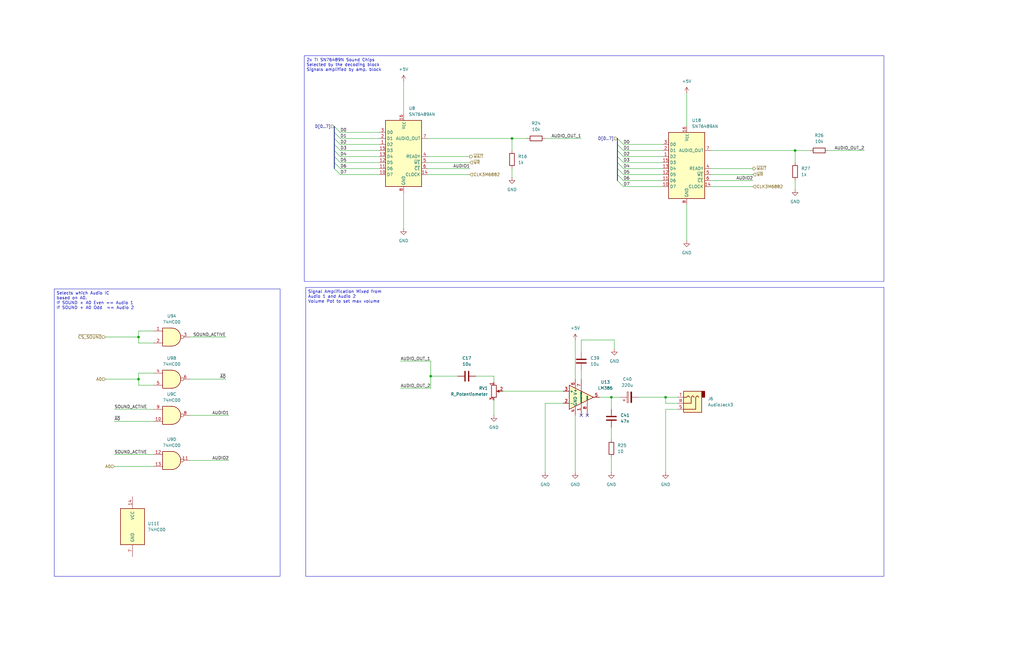
<source format=kicad_sch>
(kicad_sch (version 20250114) (generator "eeschema") (generator_version "9.0")
  (paper "USLedger")
  (lib_symbols
    (symbol "74xx:74HC00" (pin_names (offset 1.016))
      (property "Reference" "U" (at 0 1.27 0))
      (property "Value" "74HC00" (at 0 -1.27 0))
      (symbol "74HC00_1_1"
        (arc (start 0 3.81) (mid 3.7934 0) (end 0 -3.81) (stroke (width 0.254)) (fill (type background)))
        (polyline (pts (xy 0 3.81) (xy -3.81 3.81) (xy -3.81 -3.81) (xy 0 -3.81)) (stroke (width 0.254)) (fill (type background)))
        (pin input line (at -7.62 2.54 0) (length 3.81) (name "~") (number "1"))
        (pin input line (at -7.62 -2.54 0) (length 3.81) (name "~") (number "2"))
        (pin output inverted (at 7.62 0 180) (length 3.81) (name "~") (number "3"))
      )
      (symbol "74HC00_1_2"
        (arc (start -3.81 3.81) (mid -2.589 0) (end -3.81 -3.81) (stroke (width 0.254)))
        (polyline (pts (xy -3.81 3.81) (xy -0.635 3.81)) (stroke (width 0.254)) (fill (type background)))
        (polyline (pts (xy -3.81 -3.81) (xy -0.635 -3.81)) (stroke (width 0.254)) (fill (type background)))
        (arc (start 3.81 0) (mid 2.1855 -2.584) (end -0.6096 -3.81) (stroke (width 0.254)) (fill (type background)))
        (arc (start -0.6096 3.81) (mid 2.1928 2.5924) (end 3.81 0) (stroke (width 0.254)) (fill (type background)))
        (polyline (pts (xy -0.635 3.81) (xy -3.81 3.81) (xy -3.81 3.81) (xy -3.556 3.4036) (xy -3.0226 2.2606) (xy -2.6924 1.0414) (xy -2.6162 -0.254) (xy -2.7686 -1.4986) (xy -3.175 -2.7178) (xy -3.81 -3.81) (xy -3.81 -3.81) (xy -0.635 -3.81)) (stroke (width -25.4)) (fill (type background)))
        (pin input inverted (at -7.62 2.54 0) (length 4.318) (name "~") (number "1"))
        (pin input inverted (at -7.62 -2.54 0) (length 4.318) (name "~") (number "2"))
        (pin output line (at 7.62 0 180) (length 3.81) (name "~") (number "3"))
      )
      (symbol "74HC00_2_1"
        (arc (start 0 3.81) (mid 3.7934 0) (end 0 -3.81) (stroke (width 0.254)) (fill (type background)))
        (polyline (pts (xy 0 3.81) (xy -3.81 3.81) (xy -3.81 -3.81) (xy 0 -3.81)) (stroke (width 0.254)) (fill (type background)))
        (pin input line (at -7.62 2.54 0) (length 3.81) (name "~") (number "4"))
        (pin input line (at -7.62 -2.54 0) (length 3.81) (name "~") (number "5"))
        (pin output inverted (at 7.62 0 180) (length 3.81) (name "~") (number "6"))
      )
      (symbol "74HC00_2_2"
        (arc (start -3.81 3.81) (mid -2.589 0) (end -3.81 -3.81) (stroke (width 0.254)))
        (polyline (pts (xy -3.81 3.81) (xy -0.635 3.81)) (stroke (width 0.254)) (fill (type background)))
        (polyline (pts (xy -3.81 -3.81) (xy -0.635 -3.81)) (stroke (width 0.254)) (fill (type background)))
        (arc (start 3.81 0) (mid 2.1855 -2.584) (end -0.6096 -3.81) (stroke (width 0.254)) (fill (type background)))
        (arc (start -0.6096 3.81) (mid 2.1928 2.5924) (end 3.81 0) (stroke (width 0.254)) (fill (type background)))
        (polyline (pts (xy -0.635 3.81) (xy -3.81 3.81) (xy -3.81 3.81) (xy -3.556 3.4036) (xy -3.0226 2.2606) (xy -2.6924 1.0414) (xy -2.6162 -0.254) (xy -2.7686 -1.4986) (xy -3.175 -2.7178) (xy -3.81 -3.81) (xy -3.81 -3.81) (xy -0.635 -3.81)) (stroke (width -25.4)) (fill (type background)))
        (pin input inverted (at -7.62 2.54 0) (length 4.318) (name "~") (number "4"))
        (pin input inverted (at -7.62 -2.54 0) (length 4.318) (name "~") (number "5"))
        (pin output line (at 7.62 0 180) (length 3.81) (name "~") (number "6"))
      )
      (symbol "74HC00_3_1"
        (arc (start 0 3.81) (mid 3.7934 0) (end 0 -3.81) (stroke (width 0.254)) (fill (type background)))
        (polyline (pts (xy 0 3.81) (xy -3.81 3.81) (xy -3.81 -3.81) (xy 0 -3.81)) (stroke (width 0.254)) (fill (type background)))
        (pin input line (at -7.62 2.54 0) (length 3.81) (name "~") (number "9"))
        (pin input line (at -7.62 -2.54 0) (length 3.81) (name "~") (number "10"))
        (pin output inverted (at 7.62 0 180) (length 3.81) (name "~") (number "8"))
      )
      (symbol "74HC00_3_2"
        (arc (start -3.81 3.81) (mid -2.589 0) (end -3.81 -3.81) (stroke (width 0.254)))
        (polyline (pts (xy -3.81 3.81) (xy -0.635 3.81)) (stroke (width 0.254)) (fill (type background)))
        (polyline (pts (xy -3.81 -3.81) (xy -0.635 -3.81)) (stroke (width 0.254)) (fill (type background)))
        (arc (start 3.81 0) (mid 2.1855 -2.584) (end -0.6096 -3.81) (stroke (width 0.254)) (fill (type background)))
        (arc (start -0.6096 3.81) (mid 2.1928 2.5924) (end 3.81 0) (stroke (width 0.254)) (fill (type background)))
        (polyline (pts (xy -0.635 3.81) (xy -3.81 3.81) (xy -3.81 3.81) (xy -3.556 3.4036) (xy -3.0226 2.2606) (xy -2.6924 1.0414) (xy -2.6162 -0.254) (xy -2.7686 -1.4986) (xy -3.175 -2.7178) (xy -3.81 -3.81) (xy -3.81 -3.81) (xy -0.635 -3.81)) (stroke (width -25.4)) (fill (type background)))
        (pin input inverted (at -7.62 2.54 0) (length 4.318) (name "~") (number "9"))
        (pin input inverted (at -7.62 -2.54 0) (length 4.318) (name "~") (number "10"))
        (pin output line (at 7.62 0 180) (length 3.81) (name "~") (number "8"))
      )
      (symbol "74HC00_4_1"
        (arc (start 0 3.81) (mid 3.7934 0) (end 0 -3.81) (stroke (width 0.254)) (fill (type background)))
        (polyline (pts (xy 0 3.81) (xy -3.81 3.81) (xy -3.81 -3.81) (xy 0 -3.81)) (stroke (width 0.254)) (fill (type background)))
        (pin input line (at -7.62 2.54 0) (length 3.81) (name "~") (number "12"))
        (pin input line (at -7.62 -2.54 0) (length 3.81) (name "~") (number "13"))
        (pin output inverted (at 7.62 0 180) (length 3.81) (name "~") (number "11"))
      )
      (symbol "74HC00_4_2"
        (arc (start -3.81 3.81) (mid -2.589 0) (end -3.81 -3.81) (stroke (width 0.254)))
        (polyline (pts (xy -3.81 3.81) (xy -0.635 3.81)) (stroke (width 0.254)) (fill (type background)))
        (polyline (pts (xy -3.81 -3.81) (xy -0.635 -3.81)) (stroke (width 0.254)) (fill (type background)))
        (arc (start 3.81 0) (mid 2.1855 -2.584) (end -0.6096 -3.81) (stroke (width 0.254)) (fill (type background)))
        (arc (start -0.6096 3.81) (mid 2.1928 2.5924) (end 3.81 0) (stroke (width 0.254)) (fill (type background)))
        (polyline (pts (xy -0.635 3.81) (xy -3.81 3.81) (xy -3.81 3.81) (xy -3.556 3.4036) (xy -3.0226 2.2606) (xy -2.6924 1.0414) (xy -2.6162 -0.254) (xy -2.7686 -1.4986) (xy -3.175 -2.7178) (xy -3.81 -3.81) (xy -3.81 -3.81) (xy -0.635 -3.81)) (stroke (width -25.4)) (fill (type background)))
        (pin input inverted (at -7.62 2.54 0) (length 4.318) (name "~") (number "12"))
        (pin input inverted (at -7.62 -2.54 0) (length 4.318) (name "~") (number "13"))
        (pin output line (at 7.62 0 180) (length 3.81) (name "~") (number "11"))
      )
      (symbol "74HC00_5_0"
        (pin power_in line (at 0 12.7 270) (length 5.08) (name "VCC") (number "14"))
        (pin power_in line (at 0 -12.7 90) (length 5.08) (name "GND") (number "7"))
      )
      (symbol "74HC00_5_1"
        (rectangle (start -5.08 7.62) (end 5.08 -7.62) (stroke (width 0.254)) (fill (type background)))
      )
    )
    (symbol "Amplifier_Audio:LM386" (pin_names (offset 0.127))
      (property "Reference" "U" (at 1.27 7.62 0))
      (property "Value" "LM386" (at 1.27 5.08 0))
      (symbol "LM386_0_1"
        (polyline (pts (xy 5.08 0) (xy -5.08 5.08) (xy -5.08 -5.08) (xy 5.08 0)) (stroke (width 0.254)) (fill (type background)))
      )
      (symbol "LM386_1_1"
        (pin input line (at -7.62 2.54 0) (length 2.54) (name "+") (number "3"))
        (pin input line (at -7.62 -2.54 0) (length 2.54) (name "-") (number "2"))
        (pin power_in line (at -2.54 7.62 270) (length 3.81) (name "V+") (number "6"))
        (pin power_in line (at -2.54 -7.62 90) (length 3.81) (name "GND") (number "4"))
        (pin input line (at 0 7.62 270) (length 5.08) (name "BYPASS") (number "7"))
        (pin input line (at 0 -7.62 90) (length 5.08) (name "GAIN") (number "1"))
        (pin input line (at 2.54 -7.62 90) (length 6.35) (name "GAIN") (number "8"))
        (pin output line (at 7.62 0 180) (length 2.54) (name "~") (number "5"))
      )
    )
    (symbol "Audio:SN76489AN"
      (property "Reference" "U" (at -6.604 16.764 0))
      (property "Value" "SN76489AN" (at 7.112 16.764 0))
      (symbol "SN76489AN_0_0"
        (rectangle (start -7.62 15.24) (end 7.62 -12.7) (stroke (width 0.254)) (fill (type background)))
      )
      (symbol "SN76489AN_1_1"
        (pin input line (at -10.16 10.16 0) (length 2.54) (name "D0") (number "3"))
        (pin input line (at -10.16 7.62 0) (length 2.54) (name "D1") (number "2"))
        (pin input line (at -10.16 5.08 0) (length 2.54) (name "D2") (number "1"))
        (pin input line (at -10.16 2.54 0) (length 2.54) (name "D3") (number "15"))
        (pin input line (at -10.16 0 0) (length 2.54) (name "D4") (number "13"))
        (pin input line (at -10.16 -2.54 0) (length 2.54) (name "D5") (number "12"))
        (pin input line (at -10.16 -5.08 0) (length 2.54) (name "D6") (number "11"))
        (pin input line (at -10.16 -7.62 0) (length 2.54) (name "D7") (number "10"))
        (pin power_in line (at 0 17.78 270) (length 2.54) (name "V_{CC}") (number "16"))
        (pin power_in line (at 0 -15.24 90) (length 2.54) (name "GND") (number "8"))
        (pin output line (at 10.16 7.62 180) (length 2.54) (name "AUDIO_OUT") (number "7"))
        (pin no_connect line (at 10.16 5.08 180) (length 2.54) (hide yes) (name "NC") (number "9"))
        (pin open_collector line (at 10.16 0 180) (length 2.54) (name "READY") (number "4"))
        (pin input line (at 10.16 -2.54 180) (length 2.54) (name "~{WE}") (number "5"))
        (pin input line (at 10.16 -5.08 180) (length 2.54) (name "~{CE}") (number "6"))
        (pin input line (at 10.16 -7.62 180) (length 2.54) (name "CLOCK") (number "14"))
      )
    )
    (symbol "Connector_Audio:AudioJack3"
      (property "Reference" "J" (at 0 8.89 0))
      (property "Value" "AudioJack3" (at 0 6.35 0))
      (symbol "AudioJack3_0_1"
        (rectangle (start -5.08 -5.08) (end -6.35 -2.54) (stroke (width 0.254)) (fill (type outline)))
        (polyline (pts (xy -1.905 -2.54) (xy -1.27 -3.175) (xy -0.635 -2.54) (xy -0.635 0) (xy 2.54 0)) (stroke (width 0.254)))
        (polyline (pts (xy 0 -2.54) (xy 0.635 -3.175) (xy 1.27 -2.54) (xy 2.54 -2.54)) (stroke (width 0.254)))
        (rectangle (start 2.54 3.81) (end -5.08 -5.08) (stroke (width 0.254)) (fill (type background)))
        (polyline (pts (xy 2.54 2.54) (xy -2.54 2.54) (xy -2.54 -2.54) (xy -3.175 -3.175) (xy -3.81 -2.54)) (stroke (width 0.254)))
      )
      (symbol "AudioJack3_1_1"
        (pin passive line (at 5.08 2.54 180) (length 2.54) (name "~") (number "S"))
        (pin passive line (at 5.08 0 180) (length 2.54) (name "~") (number "R"))
        (pin passive line (at 5.08 -2.54 180) (length 2.54) (name "~") (number "T"))
      )
    )
    (symbol "Device:C" (pin_numbers (hide yes)) (pin_names (offset 0.254))
      (property "Reference" "C" (at 0.635 2.54 0))
      (property "Value" "C" (at 0.635 -2.54 0))
      (symbol "C_0_1"
        (polyline (pts (xy -2.032 0.762) (xy 2.032 0.762)) (stroke (width 0.508)))
        (polyline (pts (xy -2.032 -0.762) (xy 2.032 -0.762)) (stroke (width 0.508)))
      )
      (symbol "C_1_1"
        (pin passive line (at 0 3.81 270) (length 2.794) (name "~") (number "1"))
        (pin passive line (at 0 -3.81 90) (length 2.794) (name "~") (number "2"))
      )
    )
    (symbol "Device:C_Polarized" (pin_numbers (hide yes)) (pin_names (offset 0.254))
      (property "Reference" "C" (at 0.635 2.54 0))
      (property "Value" "C_Polarized" (at 0.635 -2.54 0))
      (symbol "C_Polarized_0_1"
        (rectangle (start -2.286 0.508) (end 2.286 1.016))
        (polyline (pts (xy -1.778 2.286) (xy -0.762 2.286)))
        (polyline (pts (xy -1.27 2.794) (xy -1.27 1.778)))
        (rectangle (start 2.286 -0.508) (end -2.286 -1.016) (fill (type outline)))
      )
      (symbol "C_Polarized_1_1"
        (pin passive line (at 0 3.81 270) (length 2.794) (name "~") (number "1"))
        (pin passive line (at 0 -3.81 90) (length 2.794) (name "~") (number "2"))
      )
    )
    (symbol "Device:R" (pin_numbers (hide yes)) (pin_names (offset 0))
      (property "Reference" "R" (at 2.032 0 90))
      (property "Value" "R" (at 0 0 90))
      (symbol "R_0_1"
        (rectangle (start -1.016 -2.54) (end 1.016 2.54) (stroke (width 0.254)))
      )
      (symbol "R_1_1"
        (pin passive line (at 0 3.81 270) (length 1.27) (name "~") (number "1"))
        (pin passive line (at 0 -3.81 90) (length 1.27) (name "~") (number "2"))
      )
    )
    (symbol "Device:R_Potentiometer" (pin_names (offset 1.016) (hide yes))
      (property "Reference" "RV" (at -4.445 0 90))
      (property "Value" "R_Potentiometer" (at -2.54 0 90))
      (symbol "R_Potentiometer_0_1"
        (rectangle (start 1.016 2.54) (end -1.016 -2.54) (stroke (width 0.254)))
        (polyline (pts (xy 1.143 0) (xy 2.286 0.508) (xy 2.286 -0.508) (xy 1.143 0)) (fill (type outline)))
        (polyline (pts (xy 2.54 0) (xy 1.524 0)))
      )
      (symbol "R_Potentiometer_1_1"
        (pin passive line (at 0 3.81 270) (length 1.27) (name "1") (number "1"))
        (pin passive line (at 0 -3.81 90) (length 1.27) (name "3") (number "3"))
        (pin passive line (at 3.81 0 180) (length 1.27) (name "2") (number "2"))
      )
    )
    (symbol "power:+5V" (power) (pin_numbers (hide yes)) (pin_names (offset 0) (hide yes))
      (property "Value" "+5V" (at 0 3.556 0))
      (symbol "+5V_0_1"
        (polyline (pts (xy -0.762 1.27) (xy 0 2.54)))
        (polyline (pts (xy 0 2.54) (xy 0.762 1.27)))
        (polyline (pts (xy 0 0) (xy 0 2.54)))
      )
      (symbol "+5V_1_1"
        (pin power_in line (at 0 0 90) (length 0) (name "~") (number "1"))
      )
    )
    (symbol "power:GND" (power) (pin_numbers (hide yes)) (pin_names (offset 0) (hide yes))
      (property "Value" "GND" (at 0 -3.81 0))
      (symbol "GND_0_1"
        (polyline (pts (xy 0 0) (xy 0 -1.27) (xy 1.27 -1.27) (xy 0 -2.54) (xy -1.27 -1.27) (xy 0 -1.27)))
      )
      (symbol "GND_1_1"
        (pin power_in line (at 0 0 270) (length 0) (name "~") (number "1"))
      )
    )
  )
  (text_box "Signal Amplification Mixed from\nAudio 1 and Audio 2\nVolume Pot to set max volume" (at 128.905 121.285 0) (size 243.84 121.92) (margins 0.9525 0.9525 0.9525 0.9525) (effects (font (size 1.27 1.27)) (justify left top)))
  (text_box "Selects which Audio IC\nbased on A0.\nIf SOUND + A0 Even == Audio 1\nIf SOUND + A0 Odd  == Audio 2" (at 22.86 121.92 0) (size 95.25 121.285) (margins 0.9525 0.9525 0.9525 0.9525) (effects (font (size 1.27 1.27)) (justify left top)))
  (text_box "2x TI SN76489N Sound Chips\nSelected by the decoding block\nSignals amplified by amp. block" (at 128.27 23.495 0) (size 244.475 95.25) (margins 0.9525 0.9525 0.9525 0.9525) (effects (font (size 1.27 1.27)) (justify left top)))
  (junction (at 181.61 158.75))
  (junction (at 280.67 167.64))
  (junction (at 58.42 142.24))
  (junction (at 215.9 58.42))
  (junction (at 335.28 63.5))
  (junction (at 58.42 160.02))
  (junction (at 257.81 167.64))
  (no_connect (at 247.65 175.26))
  (no_connect (at 245.11 175.26))
  (bus_entry (at 140.97 60.96) (size 2.54 2.54))
  (bus_entry (at 260.35 68.58) (size 2.54 2.54))
  (bus_entry (at 260.35 63.5) (size 2.54 2.54))
  (bus_entry (at 260.35 58.42) (size 2.54 2.54))
  (bus_entry (at 260.35 76.2) (size 2.54 2.54))
  (bus_entry (at 140.97 55.88) (size 2.54 2.54))
  (bus_entry (at 260.35 73.66) (size 2.54 2.54))
  (bus_entry (at 260.35 71.12) (size 2.54 2.54))
  (bus_entry (at 140.97 53.34) (size 2.54 2.54))
  (bus_entry (at 140.97 63.5) (size 2.54 2.54))
  (bus_entry (at 140.97 66.04) (size 2.54 2.54))
  (bus_entry (at 140.97 71.12) (size 2.54 2.54))
  (bus_entry (at 140.97 68.58) (size 2.54 2.54))
  (bus_entry (at 260.35 60.96) (size 2.54 2.54))
  (bus_entry (at 140.97 58.42) (size 2.54 2.54))
  (bus_entry (at 260.35 66.04) (size 2.54 2.54))
  (bus (pts (xy 140.97 58.42) (xy 140.97 60.96)))
  (wire (pts (xy 48.26 172.72) (xy 64.77 172.72)))
  (wire (pts (xy 289.56 39.37) (xy 289.56 53.34)))
  (wire (pts (xy 80.01 175.26) (xy 96.52 175.26)))
  (wire (pts (xy 208.28 168.91) (xy 208.28 175.26)))
  (wire (pts (xy 170.18 34.29) (xy 170.18 48.26)))
  (wire (pts (xy 280.67 170.18) (xy 285.75 170.18)))
  (wire (pts (xy 200.66 158.75) (xy 208.28 158.75)))
  (wire (pts (xy 335.28 68.58) (xy 335.28 63.5)))
  (wire (pts (xy 257.81 167.64) (xy 261.62 167.64)))
  (wire (pts (xy 143.51 71.12) (xy 160.02 71.12)))
  (wire (pts (xy 245.11 148.59) (xy 245.11 143.51)))
  (wire (pts (xy 80.01 160.02) (xy 95.25 160.02)))
  (wire (pts (xy 170.18 81.28) (xy 170.18 96.52)))
  (wire (pts (xy 168.91 152.4) (xy 181.61 152.4)))
  (wire (pts (xy 262.89 60.96) (xy 279.4 60.96)))
  (wire (pts (xy 335.28 80.01) (xy 335.28 76.2)))
  (wire (pts (xy 299.72 73.66) (xy 317.5 73.66)))
  (wire (pts (xy 143.51 58.42) (xy 160.02 58.42)))
  (wire (pts (xy 242.57 175.26) (xy 242.57 199.39)))
  (wire (pts (xy 143.51 60.96) (xy 160.02 60.96)))
  (wire (pts (xy 181.61 158.75) (xy 181.61 152.4)))
  (wire (pts (xy 257.81 180.34) (xy 257.81 185.42)))
  (bus (pts (xy 140.97 63.5) (xy 140.97 66.04)))
  (wire (pts (xy 44.45 142.24) (xy 58.42 142.24)))
  (wire (pts (xy 299.72 76.2) (xy 317.5 76.2)))
  (wire (pts (xy 262.89 63.5) (xy 279.4 63.5)))
  (wire (pts (xy 143.51 68.58) (xy 160.02 68.58)))
  (wire (pts (xy 44.45 160.02) (xy 58.42 160.02)))
  (wire (pts (xy 143.51 66.04) (xy 160.02 66.04)))
  (wire (pts (xy 262.89 76.2) (xy 279.4 76.2)))
  (wire (pts (xy 335.28 63.5) (xy 341.63 63.5)))
  (wire (pts (xy 180.34 71.12) (xy 198.12 71.12)))
  (wire (pts (xy 58.42 160.02) (xy 58.42 162.56)))
  (wire (pts (xy 58.42 144.78) (xy 64.77 144.78)))
  (wire (pts (xy 262.89 73.66) (xy 279.4 73.66)))
  (wire (pts (xy 257.81 193.04) (xy 257.81 199.39)))
  (wire (pts (xy 58.42 139.7) (xy 58.42 142.24)))
  (wire (pts (xy 262.89 68.58) (xy 279.4 68.58)))
  (wire (pts (xy 257.81 167.64) (xy 257.81 172.72)))
  (wire (pts (xy 143.51 73.66) (xy 160.02 73.66)))
  (wire (pts (xy 180.34 58.42) (xy 215.9 58.42)))
  (wire (pts (xy 229.87 58.42) (xy 245.11 58.42)))
  (wire (pts (xy 64.77 157.48) (xy 58.42 157.48)))
  (wire (pts (xy 80.01 194.31) (xy 96.52 194.31)))
  (wire (pts (xy 212.09 165.1) (xy 237.49 165.1)))
  (bus (pts (xy 260.35 71.12) (xy 260.35 73.66)))
  (bus (pts (xy 140.97 66.04) (xy 140.97 68.58)))
  (bus (pts (xy 260.35 73.66) (xy 260.35 76.2)))
  (wire (pts (xy 48.26 177.8) (xy 64.77 177.8)))
  (wire (pts (xy 80.01 142.24) (xy 95.25 142.24)))
  (bus (pts (xy 140.97 60.96) (xy 140.97 63.5)))
  (wire (pts (xy 280.67 167.64) (xy 280.67 170.18)))
  (bus (pts (xy 140.97 53.34) (xy 140.97 55.88)))
  (wire (pts (xy 168.91 163.83) (xy 181.61 163.83)))
  (wire (pts (xy 299.72 71.12) (xy 317.5 71.12)))
  (wire (pts (xy 181.61 158.75) (xy 181.61 163.83)))
  (wire (pts (xy 299.72 78.74) (xy 317.5 78.74)))
  (wire (pts (xy 252.73 167.64) (xy 257.81 167.64)))
  (bus (pts (xy 260.35 58.42) (xy 260.35 60.96)))
  (wire (pts (xy 269.24 167.64) (xy 280.67 167.64)))
  (wire (pts (xy 64.77 139.7) (xy 58.42 139.7)))
  (wire (pts (xy 349.25 63.5) (xy 364.49 63.5)))
  (bus (pts (xy 140.97 68.58) (xy 140.97 71.12)))
  (wire (pts (xy 58.42 157.48) (xy 58.42 160.02)))
  (wire (pts (xy 259.08 143.51) (xy 259.08 147.32)))
  (bus (pts (xy 260.35 68.58) (xy 260.35 71.12)))
  (bus (pts (xy 140.97 55.88) (xy 140.97 58.42)))
  (wire (pts (xy 262.89 78.74) (xy 279.4 78.74)))
  (wire (pts (xy 180.34 73.66) (xy 198.12 73.66)))
  (wire (pts (xy 237.49 170.18) (xy 229.87 170.18)))
  (wire (pts (xy 48.26 196.85) (xy 64.77 196.85)))
  (bus (pts (xy 260.35 66.04) (xy 260.35 68.58)))
  (wire (pts (xy 181.61 158.75) (xy 193.04 158.75)))
  (wire (pts (xy 280.67 167.64) (xy 285.75 167.64)))
  (wire (pts (xy 280.67 172.72) (xy 280.67 199.39)))
  (wire (pts (xy 299.72 63.5) (xy 335.28 63.5)))
  (wire (pts (xy 208.28 158.75) (xy 208.28 161.29)))
  (wire (pts (xy 58.42 162.56) (xy 64.77 162.56)))
  (bus (pts (xy 260.35 63.5) (xy 260.35 66.04)))
  (wire (pts (xy 285.75 172.72) (xy 280.67 172.72)))
  (wire (pts (xy 245.11 156.21) (xy 245.11 160.02)))
  (wire (pts (xy 215.9 58.42) (xy 222.25 58.42)))
  (wire (pts (xy 58.42 142.24) (xy 58.42 144.78)))
  (wire (pts (xy 245.11 143.51) (xy 259.08 143.51)))
  (wire (pts (xy 215.9 74.93) (xy 215.9 71.12)))
  (wire (pts (xy 262.89 71.12) (xy 279.4 71.12)))
  (bus (pts (xy 260.35 60.96) (xy 260.35 63.5)))
  (wire (pts (xy 48.26 191.77) (xy 64.77 191.77)))
  (wire (pts (xy 143.51 63.5) (xy 160.02 63.5)))
  (wire (pts (xy 180.34 68.58) (xy 198.12 68.58)))
  (wire (pts (xy 242.57 143.51) (xy 242.57 160.02)))
  (wire (pts (xy 229.87 170.18) (xy 229.87 199.39)))
  (wire (pts (xy 180.34 66.04) (xy 198.12 66.04)))
  (wire (pts (xy 215.9 63.5) (xy 215.9 58.42)))
  (wire (pts (xy 143.51 55.88) (xy 160.02 55.88)))
  (wire (pts (xy 289.56 86.36) (xy 289.56 101.6)))
  (wire (pts (xy 262.89 66.04) (xy 279.4 66.04)))
  (label "AUDIO1" (at 96.52 175.26 180))
  (label "SOUND_ACTIVE" (at 48.26 172.72 0))
  (label "D0" (at 262.89 60.96 0))
  (label "AUDIO2" (at 96.52 194.31 180))
  (label "D2" (at 262.89 66.04 0))
  (label "D1" (at 143.51 58.42 0))
  (label "SOUND_ACTIVE" (at 48.26 191.77 0))
  (label "D4" (at 262.89 71.12 0))
  (label "D7" (at 262.89 78.74 0))
  (label "AUDIO_OUT_1" (at 245.11 58.42 180))
  (label "D4" (at 143.51 66.04 0))
  (label "D6" (at 262.89 76.2 0))
  (label "D3" (at 143.51 63.5 0))
  (label "~{A0}" (at 95.25 160.02 180))
  (label "AUDIO_OUT_2" (at 168.91 163.83 0))
  (label "D3" (at 262.89 68.58 0))
  (label "D5" (at 262.89 73.66 0))
  (label "AUDIO_OUT_1" (at 168.91 152.4 0))
  (label "D2" (at 143.51 60.96 0))
  (label "AUDIO1" (at 198.12 71.12 180))
  (label "AUDIO_OUT_2" (at 364.49 63.5 180))
  (label "D7" (at 143.51 73.66 0))
  (label "SOUND_ACTIVE" (at 95.25 142.24 180))
  (label "~{A0}" (at 48.26 177.8 0))
  (label "D5" (at 143.51 68.58 0))
  (label "D1" (at 262.89 63.5 0))
  (label "D6" (at 143.51 71.12 0))
  (label "D0" (at 143.51 55.88 0))
  (label "AUDIO2" (at 317.5 76.2 180))
  (hierarchical_label "A0" (shape input) (at 44.45 160.02 180))
  (hierarchical_label "CLK3M6882" (shape input) (at 198.12 73.66 0))
  (hierarchical_label "~{WAIT}" (shape output) (at 198.12 66.04 0))
  (hierarchical_label "CLK3M6882" (shape input) (at 317.5 78.74 0))
  (hierarchical_label "A0" (shape input) (at 48.26 196.85 180))
  (hierarchical_label "D[0..7]" (shape input) (at 140.97 53.34 180))
  (hierarchical_label "D[0..7]" (shape input) (at 260.35 58.42 180))
  (hierarchical_label "~{CS_SOUND}" (shape input) (at 44.45 142.24 180))
  (hierarchical_label "~{WR}" (shape input) (at 317.5 73.66 0))
  (hierarchical_label "~{WR}" (shape input) (at 198.12 68.58 0))
  (hierarchical_label "~{WAIT}" (shape output) (at 317.5 71.12 0))
  (symbol (lib_id "Device:R") (at 345.44 63.5 90) (unit 1)
    (property "Reference" "R26" (at 345.44 57.15 90))
    (property "Value" "10k" (at 345.44 59.69 90))
    (property "Footprint" "Resistor_SMD:R_0603_1608Metric" (effects (hide yes)))
    (property "Description" "Resistor" (effects (hide yes)))
  )
  (symbol (lib_id "power:GND") (at 257.81 199.39 0) (unit 1)
    (property "Reference" "#PWR077" (effects (hide yes)))
    (property "Value" "GND" (at 257.81 204.47 0))
    (property "Description" "Power symbol creates a global label with name \"GND\" , ground" (effects (hide yes)))
  )
  (symbol (lib_id "power:GND") (at 289.56 101.6 0) (unit 1)
    (property "Reference" "#PWR090" (effects (hide yes)))
    (property "Value" "GND" (at 289.56 106.68 0))
    (property "Description" "Power symbol creates a global label with name \"GND\" , ground" (effects (hide yes)))
  )
  (symbol (lib_id "Connector_Audio:AudioJack3") (at 290.83 170.18 180) (unit 1)
    (property "Reference" "J6" (at 298.45 168.2749 0) (effects (justify right)))
    (property "Value" "AudioJack3" (at 298.45 170.8149 0) (effects (justify right)))
    (property "Footprint" "Connector_Audio:Jack_3.5mm_CUI_SJ1-3523N_Horizontal" (effects (hide yes)))
    (property "Description" "Audio Jack, 3 Poles (Stereo / TRS)" (effects (hide yes)))
  )
  (symbol (lib_id "74xx:74HC00") (at 72.39 194.31 0) (unit 4)
    (property "Reference" "U9" (at 72.3817 185.42 0))
    (property "Value" "74HC00" (at 72.3817 187.96 0))
    (property "Datasheet" "http://www.ti.com/lit/gpn/sn74hc00" (effects (hide yes)))
    (property "Description" "quad 2-input NAND gate" (effects (hide yes)))
  )
  (symbol (lib_id "74xx:74HC00") (at 72.39 175.26 0) (unit 3)
    (property "Reference" "U9" (at 72.3817 166.37 0))
    (property "Value" "74HC00" (at 72.3817 168.91 0))
    (property "Datasheet" "http://www.ti.com/lit/gpn/sn74hc00" (effects (hide yes)))
    (property "Description" "quad 2-input NAND gate" (effects (hide yes)))
  )
  (symbol (lib_id "power:+5V") (at 289.56 39.37 0) (unit 1)
    (property "Reference" "#PWR088" (effects (hide yes)))
    (property "Value" "+5V" (at 289.56 34.29 0))
    (property "Description" "Power symbol creates a global label with name \"+5V\"" (effects (hide yes)))
  )
  (symbol (lib_id "Device:R") (at 335.28 72.39 180) (unit 1)
    (property "Reference" "R27" (at 337.82 71.1199 0) (effects (justify right)))
    (property "Value" "1k" (at 337.82 73.6599 0) (effects (justify right)))
    (property "Footprint" "Resistor_SMD:R_0603_1608Metric" (effects (hide yes)))
    (property "Description" "Resistor" (effects (hide yes)))
  )
  (symbol (lib_id "power:GND") (at 242.57 199.39 0) (unit 1)
    (property "Reference" "#PWR030" (effects (hide yes)))
    (property "Value" "GND" (at 242.57 204.47 0))
    (property "Description" "Power symbol creates a global label with name \"GND\" , ground" (effects (hide yes)))
  )
  (symbol (lib_id "Audio:SN76489AN") (at 289.56 71.12 0) (unit 1)
    (property "Reference" "U18" (at 291.7033 50.8 0) (effects (justify left)))
    (property "Value" "SN76489AN" (at 291.7033 53.34 0) (effects (justify left)))
    (property "Footprint" "Package_DIP:DIP-16_W7.62mm" (effects (hide yes)))
    (property "Datasheet" "https://www.vgmpf.com/Wiki/images/7/78/SN76489AN_-_Manual.pdf" (effects (hide yes)))
    (property "Description" "Digital Complex Sound Generator, 3 square wave channels, 1 noise channel, up to 4MHz clock input, DIP-16" (effects (hide yes)))
  )
  (symbol (lib_id "power:+5V") (at 242.57 143.51 0) (unit 1)
    (property "Reference" "#PWR084" (effects (hide yes)))
    (property "Value" "+5V" (at 242.57 138.43 0))
    (property "Description" "Power symbol creates a global label with name \"+5V\"" (effects (hide yes)))
  )
  (symbol (lib_id "Device:C") (at 196.85 158.75 90) (unit 1)
    (property "Reference" "C17" (at 196.85 151.13 90))
    (property "Value" "10u" (at 196.85 153.67 90))
    (property "Footprint" "Capacitor_SMD:C_1206_3216Metric" (effects (hide yes)))
    (property "Description" "Unpolarized capacitor" (effects (hide yes)))
  )
  (symbol (lib_id "power:GND") (at 280.67 199.39 0) (unit 1)
    (property "Reference" "#PWR085" (effects (hide yes)))
    (property "Value" "GND" (at 280.67 204.47 0))
    (property "Description" "Power symbol creates a global label with name \"GND\" , ground" (effects (hide yes)))
  )
  (symbol (lib_id "Device:R") (at 226.06 58.42 90) (unit 1)
    (property "Reference" "R24" (at 226.06 52.07 90))
    (property "Value" "10k" (at 226.06 54.61 90))
    (property "Footprint" "Resistor_SMD:R_0603_1608Metric" (effects (hide yes)))
    (property "Description" "Resistor" (effects (hide yes)))
  )
  (symbol (lib_id "Device:R") (at 215.9 67.31 180) (unit 1)
    (property "Reference" "R16" (at 218.44 66.0399 0) (effects (justify right)))
    (property "Value" "1k" (at 218.44 68.5799 0) (effects (justify right)))
    (property "Footprint" "Resistor_SMD:R_0603_1608Metric" (effects (hide yes)))
    (property "Description" "Resistor" (effects (hide yes)))
  )
  (symbol (lib_id "power:GND") (at 170.18 96.52 0) (unit 1)
    (property "Reference" "#PWR086" (effects (hide yes)))
    (property "Value" "GND" (at 170.18 101.6 0))
    (property "Description" "Power symbol creates a global label with name \"GND\" , ground" (effects (hide yes)))
  )
  (symbol (lib_id "power:GND") (at 229.87 199.39 0) (unit 1)
    (property "Reference" "#PWR029" (effects (hide yes)))
    (property "Value" "GND" (at 229.87 204.47 0))
    (property "Description" "Power symbol creates a global label with name \"GND\" , ground" (effects (hide yes)))
  )
  (symbol (lib_id "power:GND") (at 259.08 147.32 0) (unit 1)
    (property "Reference" "#PWR078" (effects (hide yes)))
    (property "Value" "GND" (at 259.08 152.4 0))
    (property "Description" "Power symbol creates a global label with name \"GND\" , ground" (effects (hide yes)))
  )
  (symbol (lib_id "Device:R") (at 257.81 189.23 180) (unit 1)
    (property "Reference" "R25" (at 260.35 187.9599 0) (effects (justify right)))
    (property "Value" "10" (at 260.35 190.4999 0) (effects (justify right)))
    (property "Footprint" "Resistor_SMD:R_0603_1608Metric" (effects (hide yes)))
    (property "Description" "Resistor" (effects (hide yes)))
  )
  (symbol (lib_id "Amplifier_Audio:LM386") (at 245.11 167.64 0) (unit 1)
    (property "Reference" "U13" (at 255.27 161.2198 0))
    (property "Value" "LM386" (at 255.27 163.7598 0))
    (property "Datasheet" "http://www.ti.com/lit/ds/symlink/lm386.pdf" (effects (hide yes)))
    (property "Description" "Low Voltage Audio Power Amplifier, DIP-8/SOIC-8/SSOP-8" (effects (hide yes)))
  )
  (symbol (lib_id "Device:C") (at 245.11 152.4 0) (unit 1)
    (property "Reference" "C39" (at 248.92 151.1299 0) (effects (justify left)))
    (property "Value" "10u" (at 248.92 153.6699 0) (effects (justify left)))
    (property "Footprint" "Capacitor_SMD:C_1206_3216Metric" (effects (hide yes)))
    (property "Description" "Unpolarized capacitor" (effects (hide yes)))
  )
  (symbol (lib_id "Device:C_Polarized") (at 265.43 167.64 90) (unit 1)
    (property "Reference" "C40" (at 264.541 160.02 90))
    (property "Value" "220u" (at 264.541 162.56 90))
    (property "Footprint" "Capacitor_Tantalum_SMD:CP_EIA-3528-21_Kemet-B" (effects (hide yes)))
    (property "Description" "Polarized capacitor" (effects (hide yes)))
  )
  (symbol (lib_id "power:GND") (at 215.9 74.93 0) (unit 1)
    (property "Reference" "#PWR026" (effects (hide yes)))
    (property "Value" "GND" (at 215.9 80.01 0))
    (property "Description" "Power symbol creates a global label with name \"GND\" , ground" (effects (hide yes)))
  )
  (symbol (lib_id "74xx:74HC00") (at 72.39 142.24 0) (unit 1)
    (property "Reference" "U9" (at 72.3817 133.35 0))
    (property "Value" "74HC00" (at 72.3817 135.89 0))
    (property "Datasheet" "http://www.ti.com/lit/gpn/sn74hc00" (effects (hide yes)))
    (property "Description" "quad 2-input NAND gate" (effects (hide yes)))
  )
  (symbol (lib_id "Device:C") (at 257.81 176.53 180) (unit 1)
    (property "Reference" "C41" (at 261.62 175.2599 0) (effects (justify right)))
    (property "Value" "47n" (at 261.62 177.7999 0) (effects (justify right)))
    (property "Footprint" "Capacitor_SMD:C_1206_3216Metric" (effects (hide yes)))
    (property "Description" "Unpolarized capacitor" (effects (hide yes)))
  )
  (symbol (lib_id "74xx:74HC00") (at 72.39 160.02 0) (unit 2)
    (property "Reference" "U9" (at 72.3817 151.13 0))
    (property "Value" "74HC00" (at 72.3817 153.67 0))
    (property "Datasheet" "http://www.ti.com/lit/gpn/sn74hc00" (effects (hide yes)))
    (property "Description" "quad 2-input NAND gate" (effects (hide yes)))
  )
  (symbol (lib_id "Device:R_Potentiometer") (at 208.28 165.1 0) (unit 1)
    (property "Reference" "RV1" (at 205.74 163.8299 0) (effects (justify right)))
    (property "Value" "R_Potentiometer" (at 205.74 166.3699 0) (effects (justify right)))
    (property "Footprint" "Potentiometer_THT:Potentiometer_Bourns_3266W_Vertical" (effects (hide yes)))
    (property "Description" "Potentiometer" (effects (hide yes)))
  )
  (symbol (lib_id "power:GND") (at 335.28 80.01 0) (unit 1)
    (property "Reference" "#PWR089" (effects (hide yes)))
    (property "Value" "GND" (at 335.28 85.09 0))
    (property "Description" "Power symbol creates a global label with name \"GND\" , ground" (effects (hide yes)))
  )
  (symbol (lib_id "power:GND") (at 208.28 175.26 0) (unit 1)
    (property "Reference" "#PWR028" (effects (hide yes)))
    (property "Value" "GND" (at 208.28 180.34 0))
    (property "Description" "Power symbol creates a global label with name \"GND\" , ground" (effects (hide yes)))
  )
  (symbol (lib_id "power:+5V") (at 170.18 34.29 0) (unit 1)
    (property "Reference" "#PWR087" (effects (hide yes)))
    (property "Value" "+5V" (at 170.18 29.21 0))
    (property "Description" "Power symbol creates a global label with name \"+5V\"" (effects (hide yes)))
  )
  (symbol (lib_id "74xx:74HC00") (at 55.88 222.25 0) (unit 5)
    (property "Reference" "U11" (at 62.23 220.9799 0) (effects (justify left)))
    (property "Value" "74HC00" (at 62.23 223.5199 0) (effects (justify left)))
    (property "Datasheet" "http://www.ti.com/lit/gpn/sn74hc00" (effects (hide yes)))
    (property "Description" "quad 2-input NAND gate" (effects (hide yes)))
  )
  (symbol (lib_id "Audio:SN76489AN") (at 170.18 66.04 0) (unit 1)
    (property "Reference" "U8" (at 172.3233 45.72 0) (effects (justify left)))
    (property "Value" "SN76489AN" (at 172.3233 48.26 0) (effects (justify left)))
    (property "Footprint" "Package_DIP:DIP-16_W7.62mm" (effects (hide yes)))
    (property "Datasheet" "https://www.vgmpf.com/Wiki/images/7/78/SN76489AN_-_Manual.pdf" (effects (hide yes)))
    (property "Description" "Digital Complex Sound Generator, 3 square wave channels, 1 noise channel, up to 4MHz clock input, DIP-16" (effects (hide yes)))
  )
)
</source>
